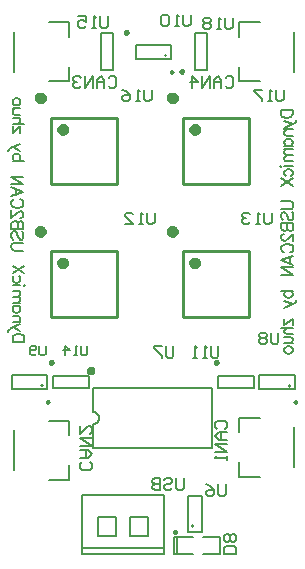
<source format=gto>
%FSTAX23Y23*%
%MOIN*%
%SFA1B1*%

%IPPOS*%
%ADD10C,0.010000*%
%ADD11C,0.009840*%
%ADD12C,0.019680*%
%ADD13C,0.020000*%
%ADD14C,0.015000*%
%ADD15C,0.008000*%
%ADD16C,0.007870*%
%ADD17C,0.007000*%
%LNusb2can-1*%
%LPD*%
G54D10*
X00629Y01669D02*
D01*
X00629Y01668*
X00629Y01668*
X00629Y01668*
X00629Y01668*
X00629Y01668*
X00629Y01668*
X00629Y01668*
X00629Y01668*
X00629Y01668*
X00629Y01668*
X00629Y01668*
X00629Y01668*
X00629Y01668*
X00629Y01668*
X0063Y01668*
X0063Y01668*
X0063Y01668*
X0063Y01668*
X0063Y01668*
X0063Y01668*
X0063Y01668*
X0063Y01668*
X0063*
X0063Y01668*
X0063Y01668*
X0063Y01668*
X0063Y01668*
X0063Y01668*
X0063Y01668*
X00631Y01668*
X00631Y01668*
X00631Y01668*
X00631Y01668*
X00631Y01668*
X00631Y01668*
X00631Y01668*
X00631Y01668*
X00631Y01668*
X00631Y01668*
X00631Y01668*
X00631Y01668*
X00631Y01668*
X00631Y01668*
X00631Y01668*
X00631Y01669*
X00631Y01669*
X00631Y01669*
X00631Y01669*
X00631Y01669*
X00631Y01669*
X00631Y01669*
X00631Y01669*
X00631Y01669*
X00631Y01669*
X00631Y01669*
X00631Y01669*
X00631Y01669*
X00631Y01669*
X00631Y01669*
X00631Y01669*
X0063Y01669*
X0063Y01669*
X0063Y01669*
X0063Y01669*
X0063Y01669*
X0063Y01669*
X0063Y01669*
X0063*
X0063Y01669*
X0063Y01669*
X0063Y01669*
X0063Y01669*
X0063Y01669*
X0063Y01669*
X0063Y01669*
X00629Y01669*
X00629Y01669*
X00629Y01669*
X00629Y01669*
X00629Y01669*
X00629Y01669*
X00629Y01669*
X00629Y01669*
X00629Y01669*
X00629Y01669*
X00629Y01669*
X00629Y01669*
X00629Y01669*
X00629Y01669*
X00629Y01669*
X00649Y01613D02*
D01*
X00649Y01612*
X00649Y01612*
X00649Y01612*
X00649Y01612*
X00649Y01611*
X00649Y01611*
X00649Y01611*
X00649Y01611*
X00649Y01611*
X00649Y01611*
X00649Y0161*
X0065Y0161*
X0065Y0161*
X0065Y0161*
X0065Y0161*
X0065Y0161*
X0065Y0161*
X00651Y0161*
X00651Y0161*
X00651Y0161*
X00651Y0161*
X00651Y0161*
X00652*
X00652Y0161*
X00652Y0161*
X00652Y0161*
X00653Y0161*
X00653Y0161*
X00653Y0161*
X00653Y0161*
X00653Y0161*
X00653Y0161*
X00654Y0161*
X00654Y0161*
X00654Y01611*
X00654Y01611*
X00654Y01611*
X00654Y01611*
X00654Y01611*
X00654Y01611*
X00654Y01612*
X00655Y01612*
X00655Y01612*
X00655Y01612*
X00655Y01613*
X00655Y01613*
X00655Y01613*
X00655Y01613*
X00654Y01613*
X00654Y01614*
X00654Y01614*
X00654Y01614*
X00654Y01614*
X00654Y01614*
X00654Y01614*
X00654Y01615*
X00654Y01615*
X00653Y01615*
X00653Y01615*
X00653Y01615*
X00653Y01615*
X00653Y01615*
X00653Y01615*
X00652Y01615*
X00652Y01615*
X00652Y01615*
X00652Y01615*
X00651*
X00651Y01615*
X00651Y01615*
X00651Y01615*
X00651Y01615*
X0065Y01615*
X0065Y01615*
X0065Y01615*
X0065Y01615*
X0065Y01615*
X0065Y01615*
X00649Y01615*
X00649Y01614*
X00649Y01614*
X00649Y01614*
X00649Y01614*
X00649Y01614*
X00649Y01614*
X00649Y01613*
X00649Y01613*
X00649Y01613*
X00649Y01613*
X00649Y01613*
X01042Y00568D02*
D01*
X01042Y00568*
X01042Y00568*
X01042Y00568*
X01042Y00568*
X01042Y00568*
X01042Y00568*
X01042Y00568*
X01042Y00568*
X01042Y00568*
X01042Y00568*
X01042Y00568*
X01042Y00568*
X01042Y00568*
X01042Y00568*
X01042Y00568*
X01042Y00567*
X01042Y00567*
X01042Y00567*
X01042Y00567*
X01042Y00567*
X01042Y00567*
X01043Y00567*
X01043*
X01043Y00567*
X01043Y00567*
X01043Y00567*
X01043Y00567*
X01043Y00567*
X01043Y00567*
X01043Y00568*
X01043Y00568*
X01043Y00568*
X01043Y00568*
X01043Y00568*
X01043Y00568*
X01043Y00568*
X01043Y00568*
X01043Y00568*
X01044Y00568*
X01044Y00568*
X01044Y00568*
X01044Y00568*
X01044Y00568*
X01044Y00568*
X01044Y00568*
X01044Y00568*
X01044Y00569*
X01044Y00569*
X01044Y00569*
X01044Y00569*
X01044Y00569*
X01043Y00569*
X01043Y00569*
X01043Y00569*
X01043Y00569*
X01043Y00569*
X01043Y00569*
X01043Y00569*
X01043Y00569*
X01043Y00569*
X01043Y00569*
X01043Y00569*
X01043Y00569*
X01043Y00569*
X01043Y00569*
X01043Y00569*
X01043Y00569*
X01043*
X01042Y00569*
X01042Y00569*
X01042Y00569*
X01042Y00569*
X01042Y00569*
X01042Y00569*
X01042Y00569*
X01042Y00569*
X01042Y00569*
X01042Y00569*
X01042Y00569*
X01042Y00569*
X01042Y00569*
X01042Y00569*
X01042Y00569*
X01042Y00569*
X01042Y00569*
X01042Y00569*
X01042Y00569*
X01042Y00569*
X01042Y00568*
X01042Y00568*
X01061Y00512D02*
D01*
X01061Y00512*
X01061Y00512*
X01061Y00512*
X01061Y00512*
X01061Y00511*
X01061Y00511*
X01062Y00511*
X01062Y00511*
X01062Y00511*
X01062Y0051*
X01062Y0051*
X01062Y0051*
X01062Y0051*
X01063Y0051*
X01063Y0051*
X01063Y0051*
X01063Y0051*
X01063Y0051*
X01063Y00509*
X01064Y00509*
X01064Y00509*
X01064Y00509*
X01064*
X01065Y00509*
X01065Y00509*
X01065Y00509*
X01065Y0051*
X01065Y0051*
X01066Y0051*
X01066Y0051*
X01066Y0051*
X01066Y0051*
X01066Y0051*
X01066Y0051*
X01066Y0051*
X01067Y00511*
X01067Y00511*
X01067Y00511*
X01067Y00511*
X01067Y00511*
X01067Y00512*
X01067Y00512*
X01067Y00512*
X01067Y00512*
X01067Y00512*
X01067Y00513*
X01067Y00513*
X01067Y00513*
X01067Y00513*
X01067Y00513*
X01067Y00514*
X01067Y00514*
X01067Y00514*
X01067Y00514*
X01066Y00514*
X01066Y00514*
X01066Y00515*
X01066Y00515*
X01066Y00515*
X01066Y00515*
X01066Y00515*
X01065Y00515*
X01065Y00515*
X01065Y00515*
X01065Y00515*
X01065Y00515*
X01064Y00515*
X01064*
X01064Y00515*
X01064Y00515*
X01063Y00515*
X01063Y00515*
X01063Y00515*
X01063Y00515*
X01063Y00515*
X01063Y00515*
X01062Y00515*
X01062Y00515*
X01062Y00514*
X01062Y00514*
X01062Y00514*
X01062Y00514*
X01062Y00514*
X01061Y00514*
X01061Y00513*
X01061Y00513*
X01061Y00513*
X01061Y00513*
X01061Y00513*
X01061Y00512*
X00217Y00569D02*
D01*
X00217Y00569*
X00217Y00568*
X00217Y00568*
X00217Y00568*
X00217Y00568*
X00217Y00568*
X00217Y00568*
X00217Y00568*
X00217Y00568*
X00217Y00568*
X00217Y00568*
X00217Y00568*
X00217Y00568*
X00217Y00568*
X00217Y00568*
X00217Y00568*
X00217Y00568*
X00217Y00568*
X00217Y00568*
X00217Y00568*
X00217Y00568*
X00218Y00568*
X00218*
X00218Y00568*
X00218Y00568*
X00218Y00568*
X00218Y00568*
X00218Y00568*
X00218Y00568*
X00218Y00568*
X00218Y00568*
X00218Y00568*
X00218Y00568*
X00218Y00568*
X00218Y00568*
X00218Y00568*
X00218Y00568*
X00218Y00568*
X00219Y00568*
X00219Y00568*
X00219Y00568*
X00219Y00568*
X00219Y00568*
X00219Y00569*
X00219Y00569*
X00219Y00569*
X00219Y00569*
X00219Y00569*
X00219Y00569*
X00219Y00569*
X00219Y00569*
X00218Y00569*
X00218Y00569*
X00218Y00569*
X00218Y00569*
X00218Y00569*
X00218Y00569*
X00218Y00569*
X00218Y00569*
X00218Y00569*
X00218Y0057*
X00218Y0057*
X00218Y0057*
X00218Y0057*
X00218Y0057*
X00218Y0057*
X00218Y0057*
X00218*
X00217Y0057*
X00217Y0057*
X00217Y0057*
X00217Y0057*
X00217Y0057*
X00217Y0057*
X00217Y00569*
X00217Y00569*
X00217Y00569*
X00217Y00569*
X00217Y00569*
X00217Y00569*
X00217Y00569*
X00217Y00569*
X00217Y00569*
X00217Y00569*
X00217Y00569*
X00217Y00569*
X00217Y00569*
X00217Y00569*
X00217Y00569*
X00217Y00569*
X00236Y00513D02*
D01*
X00236Y00512*
X00236Y00512*
X00236Y00512*
X00236Y00512*
X00236Y00512*
X00236Y00511*
X00237Y00511*
X00237Y00511*
X00237Y00511*
X00237Y00511*
X00237Y00511*
X00237Y0051*
X00237Y0051*
X00238Y0051*
X00238Y0051*
X00238Y0051*
X00238Y0051*
X00238Y0051*
X00238Y0051*
X00239Y0051*
X00239Y0051*
X00239Y0051*
X00239*
X0024Y0051*
X0024Y0051*
X0024Y0051*
X0024Y0051*
X0024Y0051*
X00241Y0051*
X00241Y0051*
X00241Y0051*
X00241Y0051*
X00241Y0051*
X00241Y00511*
X00241Y00511*
X00242Y00511*
X00242Y00511*
X00242Y00511*
X00242Y00511*
X00242Y00512*
X00242Y00512*
X00242Y00512*
X00242Y00512*
X00242Y00512*
X00242Y00513*
X00242Y00513*
X00242Y00513*
X00242Y00513*
X00242Y00513*
X00242Y00514*
X00242Y00514*
X00242Y00514*
X00242Y00514*
X00242Y00514*
X00241Y00515*
X00241Y00515*
X00241Y00515*
X00241Y00515*
X00241Y00515*
X00241Y00515*
X00241Y00515*
X0024Y00515*
X0024Y00515*
X0024Y00516*
X0024Y00516*
X0024Y00516*
X00239Y00516*
X00239*
X00239Y00516*
X00239Y00516*
X00238Y00516*
X00238Y00515*
X00238Y00515*
X00238Y00515*
X00238Y00515*
X00238Y00515*
X00237Y00515*
X00237Y00515*
X00237Y00515*
X00237Y00515*
X00237Y00514*
X00237Y00514*
X00237Y00514*
X00236Y00514*
X00236Y00514*
X00236Y00513*
X00236Y00513*
X00236Y00513*
X00236Y00513*
X00236Y00513*
X00719Y001D02*
D01*
X00719Y001*
X00719Y001*
X00719Y001*
X00719Y001*
X00719Y001*
X00719Y001*
X00719Y001*
X00719Y001*
X00719Y001*
X00719Y00099*
X00719Y00099*
X00719Y00099*
X00719Y00099*
X00719Y00099*
X00719Y00099*
X00719Y00099*
X00719Y00099*
X00719Y00099*
X00719Y00099*
X00719Y00099*
X00719Y00099*
X0072Y00099*
X0072*
X0072Y00099*
X0072Y00099*
X0072Y00099*
X0072Y00099*
X0072Y00099*
X0072Y00099*
X0072Y00099*
X0072Y00099*
X0072Y00099*
X0072Y00099*
X0072Y00099*
X0072Y00099*
X0072Y001*
X0072Y001*
X0072Y001*
X00721Y001*
X00721Y001*
X00721Y001*
X00721Y001*
X00721Y001*
X00721Y001*
X00721Y001*
X00721Y001*
X00721Y001*
X00721Y001*
X00721Y001*
X00721Y001*
X00721Y00101*
X0072Y00101*
X0072Y00101*
X0072Y00101*
X0072Y00101*
X0072Y00101*
X0072Y00101*
X0072Y00101*
X0072Y00101*
X0072Y00101*
X0072Y00101*
X0072Y00101*
X0072Y00101*
X0072Y00101*
X0072Y00101*
X0072Y00101*
X0072Y00101*
X0072*
X00719Y00101*
X00719Y00101*
X00719Y00101*
X00719Y00101*
X00719Y00101*
X00719Y00101*
X00719Y00101*
X00719Y00101*
X00719Y00101*
X00719Y00101*
X00719Y00101*
X00719Y00101*
X00719Y00101*
X00719Y00101*
X00719Y00101*
X00719Y00101*
X00719Y001*
X00719Y001*
X00719Y001*
X00719Y001*
X00719Y001*
X00719Y001*
X00661Y00079D02*
D01*
X00661Y00078*
X00661Y00078*
X00661Y00078*
X00661Y00078*
X00661Y00077*
X00661Y00077*
X00661Y00077*
X00661Y00077*
X00661Y00077*
X00661Y00077*
X00661Y00076*
X00662Y00076*
X00662Y00076*
X00662Y00076*
X00662Y00076*
X00662Y00076*
X00662Y00076*
X00663Y00076*
X00663Y00076*
X00663Y00076*
X00663Y00076*
X00663Y00076*
X00664*
X00664Y00076*
X00664Y00076*
X00664Y00076*
X00665Y00076*
X00665Y00076*
X00665Y00076*
X00665Y00076*
X00665Y00076*
X00665Y00076*
X00666Y00076*
X00666Y00076*
X00666Y00077*
X00666Y00077*
X00666Y00077*
X00666Y00077*
X00666Y00077*
X00666Y00077*
X00666Y00078*
X00667Y00078*
X00667Y00078*
X00667Y00078*
X00667Y00079*
X00667Y00079*
X00667Y00079*
X00667Y00079*
X00666Y00079*
X00666Y0008*
X00666Y0008*
X00666Y0008*
X00666Y0008*
X00666Y0008*
X00666Y0008*
X00666Y00081*
X00666Y00081*
X00665Y00081*
X00665Y00081*
X00665Y00081*
X00665Y00081*
X00665Y00081*
X00665Y00081*
X00664Y00081*
X00664Y00081*
X00664Y00081*
X00664Y00081*
X00663*
X00663Y00081*
X00663Y00081*
X00663Y00081*
X00663Y00081*
X00662Y00081*
X00662Y00081*
X00662Y00081*
X00662Y00081*
X00662Y00081*
X00662Y00081*
X00661Y00081*
X00661Y0008*
X00661Y0008*
X00661Y0008*
X00661Y0008*
X00661Y0008*
X00661Y0008*
X00661Y00079*
X00661Y00079*
X00661Y00079*
X00661Y00079*
X00661Y00079*
X00471Y0146D02*
X00251D01*
Y0124D02*
Y0146D01*
X00471Y0124D02*
X00251D01*
X00471D02*
Y0146D01*
X00911D02*
X00691D01*
Y0124D02*
Y0146D01*
X00911Y0124D02*
X00691D01*
X00911D02*
Y0146D01*
X00471Y01015D02*
X00251D01*
Y00795D02*
Y01015D01*
X00471Y00795D02*
X00251D01*
X00471D02*
Y01015D01*
X00911D02*
X00691D01*
Y00795D02*
Y01015D01*
X00911Y00795D02*
X00691D01*
X00911D02*
Y01015D01*
G54D11*
X00496Y01745D02*
D01*
X00496Y01744*
X00496Y01744*
X00496Y01743*
X00496Y01743*
X00496Y01743*
X00496Y01742*
X00496Y01742*
X00496Y01742*
X00497Y01742*
X00497Y01741*
X00497Y01741*
X00497Y01741*
X00498Y01741*
X00498Y0174*
X00498Y0174*
X00498Y0174*
X00499Y0174*
X00499Y0174*
X00499Y0174*
X005Y0174*
X005Y0174*
X005Y0174*
X00501*
X00501Y0174*
X00501Y0174*
X00502Y0174*
X00502Y0174*
X00502Y0174*
X00503Y0174*
X00503Y0174*
X00503Y0174*
X00504Y01741*
X00504Y01741*
X00504Y01741*
X00504Y01741*
X00505Y01742*
X00505Y01742*
X00505Y01742*
X00505Y01742*
X00505Y01743*
X00505Y01743*
X00505Y01743*
X00505Y01744*
X00506Y01744*
X00506Y01745*
X00506Y01745*
X00505Y01745*
X00505Y01746*
X00505Y01746*
X00505Y01746*
X00505Y01747*
X00505Y01747*
X00505Y01747*
X00505Y01747*
X00504Y01748*
X00504Y01748*
X00504Y01748*
X00504Y01748*
X00503Y01749*
X00503Y01749*
X00503Y01749*
X00502Y01749*
X00502Y01749*
X00502Y01749*
X00501Y01749*
X00501Y01749*
X00501Y01749*
X005*
X005Y01749*
X005Y01749*
X00499Y01749*
X00499Y01749*
X00499Y01749*
X00498Y01749*
X00498Y01749*
X00498Y01749*
X00498Y01748*
X00497Y01748*
X00497Y01748*
X00497Y01748*
X00497Y01747*
X00496Y01747*
X00496Y01747*
X00496Y01747*
X00496Y01746*
X00496Y01746*
X00496Y01746*
X00496Y01745*
X00496Y01745*
X00496Y01745*
X00681Y01615D02*
D01*
X00681Y01614*
X00681Y01614*
X00681Y01613*
X00681Y01613*
X00681Y01613*
X00681Y01612*
X00681Y01612*
X00681Y01612*
X00682Y01612*
X00682Y01611*
X00682Y01611*
X00682Y01611*
X00683Y01611*
X00683Y0161*
X00683Y0161*
X00683Y0161*
X00684Y0161*
X00684Y0161*
X00684Y0161*
X00685Y0161*
X00685Y0161*
X00685Y0161*
X00686*
X00686Y0161*
X00686Y0161*
X00687Y0161*
X00687Y0161*
X00687Y0161*
X00688Y0161*
X00688Y0161*
X00688Y0161*
X00689Y01611*
X00689Y01611*
X00689Y01611*
X00689Y01611*
X0069Y01612*
X0069Y01612*
X0069Y01612*
X0069Y01612*
X0069Y01613*
X0069Y01613*
X0069Y01613*
X0069Y01614*
X00691Y01614*
X00691Y01615*
X00691Y01615*
X0069Y01615*
X0069Y01616*
X0069Y01616*
X0069Y01616*
X0069Y01617*
X0069Y01617*
X0069Y01617*
X0069Y01617*
X00689Y01618*
X00689Y01618*
X00689Y01618*
X00689Y01618*
X00688Y01619*
X00688Y01619*
X00688Y01619*
X00687Y01619*
X00687Y01619*
X00687Y01619*
X00686Y01619*
X00686Y01619*
X00686Y01619*
X00685*
X00685Y01619*
X00685Y01619*
X00684Y01619*
X00684Y01619*
X00684Y01619*
X00683Y01619*
X00683Y01619*
X00683Y01619*
X00683Y01618*
X00682Y01618*
X00682Y01618*
X00682Y01618*
X00682Y01617*
X00681Y01617*
X00681Y01617*
X00681Y01617*
X00681Y01616*
X00681Y01616*
X00681Y01616*
X00681Y01615*
X00681Y01615*
X00681Y01615*
X00796Y00645D02*
D01*
X00796Y00644*
X00796Y00644*
X00796Y00643*
X00796Y00643*
X00796Y00643*
X00796Y00642*
X00796Y00642*
X00796Y00642*
X00797Y00642*
X00797Y00641*
X00797Y00641*
X00797Y00641*
X00798Y00641*
X00798Y0064*
X00798Y0064*
X00798Y0064*
X00799Y0064*
X00799Y0064*
X00799Y0064*
X008Y0064*
X008Y0064*
X008Y0064*
X00801*
X00801Y0064*
X00801Y0064*
X00802Y0064*
X00802Y0064*
X00802Y0064*
X00803Y0064*
X00803Y0064*
X00803Y0064*
X00804Y00641*
X00804Y00641*
X00804Y00641*
X00804Y00641*
X00805Y00642*
X00805Y00642*
X00805Y00642*
X00805Y00642*
X00805Y00643*
X00805Y00643*
X00805Y00643*
X00805Y00644*
X00806Y00644*
X00806Y00645*
X00806Y00645*
X00805Y00645*
X00805Y00646*
X00805Y00646*
X00805Y00646*
X00805Y00647*
X00805Y00647*
X00805Y00647*
X00805Y00647*
X00804Y00648*
X00804Y00648*
X00804Y00648*
X00804Y00648*
X00803Y00649*
X00803Y00649*
X00803Y00649*
X00802Y00649*
X00802Y00649*
X00802Y00649*
X00801Y00649*
X00801Y00649*
X00801Y00649*
X008*
X008Y00649*
X008Y00649*
X00799Y00649*
X00799Y00649*
X00799Y00649*
X00798Y00649*
X00798Y00649*
X00798Y00649*
X00798Y00648*
X00797Y00648*
X00797Y00648*
X00797Y00648*
X00797Y00647*
X00796Y00647*
X00796Y00647*
X00796Y00647*
X00796Y00646*
X00796Y00646*
X00796Y00646*
X00796Y00645*
X00796Y00645*
X00796Y00645*
X00246D02*
D01*
X00246Y00644*
X00246Y00644*
X00246Y00643*
X00246Y00643*
X00246Y00643*
X00246Y00642*
X00246Y00642*
X00246Y00642*
X00247Y00642*
X00247Y00641*
X00247Y00641*
X00247Y00641*
X00248Y00641*
X00248Y0064*
X00248Y0064*
X00248Y0064*
X00249Y0064*
X00249Y0064*
X00249Y0064*
X0025Y0064*
X0025Y0064*
X0025Y0064*
X00251*
X00251Y0064*
X00251Y0064*
X00252Y0064*
X00252Y0064*
X00252Y0064*
X00253Y0064*
X00253Y0064*
X00253Y0064*
X00254Y00641*
X00254Y00641*
X00254Y00641*
X00254Y00641*
X00255Y00642*
X00255Y00642*
X00255Y00642*
X00255Y00642*
X00255Y00643*
X00255Y00643*
X00255Y00643*
X00255Y00644*
X00256Y00644*
X00256Y00645*
X00256Y00645*
X00255Y00645*
X00255Y00646*
X00255Y00646*
X00255Y00646*
X00255Y00647*
X00255Y00647*
X00255Y00647*
X00255Y00647*
X00254Y00648*
X00254Y00648*
X00254Y00648*
X00254Y00648*
X00253Y00649*
X00253Y00649*
X00253Y00649*
X00252Y00649*
X00252Y00649*
X00252Y00649*
X00251Y00649*
X00251Y00649*
X00251Y00649*
X0025*
X0025Y00649*
X0025Y00649*
X00249Y00649*
X00249Y00649*
X00249Y00649*
X00248Y00649*
X00248Y00649*
X00248Y00649*
X00248Y00648*
X00247Y00648*
X00247Y00648*
X00247Y00648*
X00247Y00647*
X00246Y00647*
X00246Y00647*
X00246Y00647*
X00246Y00646*
X00246Y00646*
X00246Y00646*
X00246Y00645*
X00246Y00645*
X00246Y00645*
G54D12*
X00281Y0142D02*
D01*
X00281Y01419*
X00281Y01418*
X00281Y01417*
X00281Y01417*
X00281Y01416*
X00282Y01415*
X00282Y01415*
X00282Y01414*
X00283Y01414*
X00283Y01413*
X00284Y01413*
X00284Y01412*
X00285Y01412*
X00285Y01411*
X00286Y01411*
X00286Y01411*
X00287Y0141*
X00288Y0141*
X00288Y0141*
X00289Y0141*
X0029Y0141*
X0029Y0141*
X00291*
X00292Y0141*
X00292Y0141*
X00293Y0141*
X00294Y0141*
X00294Y0141*
X00295Y01411*
X00296Y01411*
X00296Y01411*
X00297Y01412*
X00297Y01412*
X00298Y01413*
X00298Y01413*
X00299Y01414*
X00299Y01414*
X00299Y01415*
X003Y01415*
X003Y01416*
X003Y01417*
X003Y01417*
X003Y01418*
X003Y01419*
X003Y0142*
X003Y0142*
X003Y01421*
X003Y01422*
X003Y01422*
X003Y01423*
X003Y01424*
X00299Y01424*
X00299Y01425*
X00299Y01425*
X00298Y01426*
X00298Y01426*
X00297Y01427*
X00297Y01427*
X00296Y01428*
X00296Y01428*
X00295Y01428*
X00294Y01429*
X00294Y01429*
X00293Y01429*
X00292Y01429*
X00292Y01429*
X00291Y01429*
X0029*
X0029Y01429*
X00289Y01429*
X00288Y01429*
X00288Y01429*
X00287Y01429*
X00286Y01428*
X00286Y01428*
X00285Y01428*
X00285Y01427*
X00284Y01427*
X00284Y01426*
X00283Y01426*
X00283Y01425*
X00282Y01425*
X00282Y01424*
X00282Y01424*
X00281Y01423*
X00281Y01422*
X00281Y01422*
X00281Y01421*
X00281Y0142*
X00281Y0142*
X00721D02*
D01*
X00721Y01419*
X00721Y01418*
X00721Y01417*
X00721Y01417*
X00721Y01416*
X00722Y01415*
X00722Y01415*
X00722Y01414*
X00723Y01414*
X00723Y01413*
X00724Y01413*
X00724Y01412*
X00725Y01412*
X00725Y01411*
X00726Y01411*
X00726Y01411*
X00727Y0141*
X00728Y0141*
X00728Y0141*
X00729Y0141*
X0073Y0141*
X0073Y0141*
X00731*
X00732Y0141*
X00732Y0141*
X00733Y0141*
X00734Y0141*
X00734Y0141*
X00735Y01411*
X00736Y01411*
X00736Y01411*
X00737Y01412*
X00737Y01412*
X00738Y01413*
X00738Y01413*
X00739Y01414*
X00739Y01414*
X00739Y01415*
X0074Y01415*
X0074Y01416*
X0074Y01417*
X0074Y01417*
X0074Y01418*
X0074Y01419*
X0074Y0142*
X0074Y0142*
X0074Y01421*
X0074Y01422*
X0074Y01422*
X0074Y01423*
X0074Y01424*
X00739Y01424*
X00739Y01425*
X00739Y01425*
X00738Y01426*
X00738Y01426*
X00737Y01427*
X00737Y01427*
X00736Y01428*
X00736Y01428*
X00735Y01428*
X00734Y01429*
X00734Y01429*
X00733Y01429*
X00732Y01429*
X00732Y01429*
X00731Y01429*
X0073*
X0073Y01429*
X00729Y01429*
X00728Y01429*
X00728Y01429*
X00727Y01429*
X00726Y01428*
X00726Y01428*
X00725Y01428*
X00725Y01427*
X00724Y01427*
X00724Y01426*
X00723Y01426*
X00723Y01425*
X00722Y01425*
X00722Y01424*
X00722Y01424*
X00721Y01423*
X00721Y01422*
X00721Y01422*
X00721Y01421*
X00721Y0142*
X00721Y0142*
X00281Y00975D02*
D01*
X00281Y00974*
X00281Y00973*
X00281Y00972*
X00281Y00972*
X00281Y00971*
X00282Y0097*
X00282Y0097*
X00282Y00969*
X00283Y00969*
X00283Y00968*
X00284Y00968*
X00284Y00967*
X00285Y00967*
X00285Y00966*
X00286Y00966*
X00286Y00966*
X00287Y00965*
X00288Y00965*
X00288Y00965*
X00289Y00965*
X0029Y00965*
X0029Y00965*
X00291*
X00292Y00965*
X00292Y00965*
X00293Y00965*
X00294Y00965*
X00294Y00965*
X00295Y00966*
X00296Y00966*
X00296Y00966*
X00297Y00967*
X00297Y00967*
X00298Y00968*
X00298Y00968*
X00299Y00969*
X00299Y00969*
X00299Y0097*
X003Y0097*
X003Y00971*
X003Y00972*
X003Y00972*
X003Y00973*
X003Y00974*
X003Y00975*
X003Y00975*
X003Y00976*
X003Y00977*
X003Y00977*
X003Y00978*
X003Y00979*
X00299Y00979*
X00299Y0098*
X00299Y0098*
X00298Y00981*
X00298Y00981*
X00297Y00982*
X00297Y00982*
X00296Y00983*
X00296Y00983*
X00295Y00983*
X00294Y00984*
X00294Y00984*
X00293Y00984*
X00292Y00984*
X00292Y00984*
X00291Y00984*
X0029*
X0029Y00984*
X00289Y00984*
X00288Y00984*
X00288Y00984*
X00287Y00984*
X00286Y00983*
X00286Y00983*
X00285Y00983*
X00285Y00982*
X00284Y00982*
X00284Y00981*
X00283Y00981*
X00283Y0098*
X00282Y0098*
X00282Y00979*
X00282Y00979*
X00281Y00978*
X00281Y00977*
X00281Y00977*
X00281Y00976*
X00281Y00975*
X00281Y00975*
X00721D02*
D01*
X00721Y00974*
X00721Y00973*
X00721Y00972*
X00721Y00972*
X00721Y00971*
X00722Y0097*
X00722Y0097*
X00722Y00969*
X00723Y00969*
X00723Y00968*
X00724Y00968*
X00724Y00967*
X00725Y00967*
X00725Y00966*
X00726Y00966*
X00726Y00966*
X00727Y00965*
X00728Y00965*
X00728Y00965*
X00729Y00965*
X0073Y00965*
X0073Y00965*
X00731*
X00732Y00965*
X00732Y00965*
X00733Y00965*
X00734Y00965*
X00734Y00965*
X00735Y00966*
X00736Y00966*
X00736Y00966*
X00737Y00967*
X00737Y00967*
X00738Y00968*
X00738Y00968*
X00739Y00969*
X00739Y00969*
X00739Y0097*
X0074Y0097*
X0074Y00971*
X0074Y00972*
X0074Y00972*
X0074Y00973*
X0074Y00974*
X0074Y00975*
X0074Y00975*
X0074Y00976*
X0074Y00977*
X0074Y00977*
X0074Y00978*
X0074Y00979*
X00739Y00979*
X00739Y0098*
X00739Y0098*
X00738Y00981*
X00738Y00981*
X00737Y00982*
X00737Y00982*
X00736Y00983*
X00736Y00983*
X00735Y00983*
X00734Y00984*
X00734Y00984*
X00733Y00984*
X00732Y00984*
X00732Y00984*
X00731Y00984*
X0073*
X0073Y00984*
X00729Y00984*
X00728Y00984*
X00728Y00984*
X00727Y00984*
X00726Y00983*
X00726Y00983*
X00725Y00983*
X00725Y00982*
X00724Y00982*
X00724Y00981*
X00723Y00981*
X00723Y0098*
X00722Y0098*
X00722Y00979*
X00722Y00979*
X00721Y00978*
X00721Y00977*
X00721Y00977*
X00721Y00976*
X00721Y00975*
X00721Y00975*
G54D13*
X00206Y01525D02*
D01*
X00206Y01524*
X00206Y01523*
X00206Y01522*
X00206Y01522*
X00206Y01521*
X00207Y0152*
X00207Y0152*
X00207Y01519*
X00208Y01519*
X00208Y01518*
X00209Y01518*
X00209Y01517*
X0021Y01517*
X0021Y01516*
X00211Y01516*
X00211Y01516*
X00212Y01515*
X00213Y01515*
X00213Y01515*
X00214Y01515*
X00215Y01515*
X00215Y01515*
X00216*
X00217Y01515*
X00217Y01515*
X00218Y01515*
X00219Y01515*
X00219Y01515*
X0022Y01516*
X00221Y01516*
X00221Y01516*
X00222Y01517*
X00222Y01517*
X00223Y01518*
X00223Y01518*
X00224Y01519*
X00224Y01519*
X00224Y0152*
X00225Y0152*
X00225Y01521*
X00225Y01522*
X00225Y01522*
X00225Y01523*
X00225Y01524*
X00225Y01525*
X00225Y01525*
X00225Y01526*
X00225Y01527*
X00225Y01527*
X00225Y01528*
X00225Y01529*
X00224Y01529*
X00224Y0153*
X00224Y0153*
X00223Y01531*
X00223Y01531*
X00222Y01532*
X00222Y01532*
X00221Y01533*
X00221Y01533*
X0022Y01533*
X00219Y01534*
X00219Y01534*
X00218Y01534*
X00217Y01534*
X00217Y01534*
X00216Y01534*
X00215*
X00215Y01534*
X00214Y01534*
X00213Y01534*
X00213Y01534*
X00212Y01534*
X00211Y01533*
X00211Y01533*
X0021Y01533*
X0021Y01532*
X00209Y01532*
X00209Y01531*
X00208Y01531*
X00208Y0153*
X00207Y0153*
X00207Y01529*
X00207Y01529*
X00206Y01528*
X00206Y01527*
X00206Y01527*
X00206Y01526*
X00206Y01525*
X00206Y01525*
X00646D02*
D01*
X00646Y01524*
X00646Y01523*
X00646Y01522*
X00646Y01522*
X00646Y01521*
X00647Y0152*
X00647Y0152*
X00647Y01519*
X00648Y01519*
X00648Y01518*
X00649Y01518*
X00649Y01517*
X0065Y01517*
X0065Y01516*
X00651Y01516*
X00651Y01516*
X00652Y01515*
X00653Y01515*
X00653Y01515*
X00654Y01515*
X00655Y01515*
X00655Y01515*
X00656*
X00657Y01515*
X00657Y01515*
X00658Y01515*
X00659Y01515*
X00659Y01515*
X0066Y01516*
X00661Y01516*
X00661Y01516*
X00662Y01517*
X00662Y01517*
X00663Y01518*
X00663Y01518*
X00664Y01519*
X00664Y01519*
X00664Y0152*
X00665Y0152*
X00665Y01521*
X00665Y01522*
X00665Y01522*
X00665Y01523*
X00665Y01524*
X00665Y01525*
X00665Y01525*
X00665Y01526*
X00665Y01527*
X00665Y01527*
X00665Y01528*
X00665Y01529*
X00664Y01529*
X00664Y0153*
X00664Y0153*
X00663Y01531*
X00663Y01531*
X00662Y01532*
X00662Y01532*
X00661Y01533*
X00661Y01533*
X0066Y01533*
X00659Y01534*
X00659Y01534*
X00658Y01534*
X00657Y01534*
X00657Y01534*
X00656Y01534*
X00655*
X00655Y01534*
X00654Y01534*
X00653Y01534*
X00653Y01534*
X00652Y01534*
X00651Y01533*
X00651Y01533*
X0065Y01533*
X0065Y01532*
X00649Y01532*
X00649Y01531*
X00648Y01531*
X00648Y0153*
X00647Y0153*
X00647Y01529*
X00647Y01529*
X00646Y01528*
X00646Y01527*
X00646Y01527*
X00646Y01526*
X00646Y01525*
X00646Y01525*
X00206Y0108D02*
D01*
X00206Y01079*
X00206Y01078*
X00206Y01077*
X00206Y01077*
X00206Y01076*
X00207Y01075*
X00207Y01075*
X00207Y01074*
X00208Y01074*
X00208Y01073*
X00209Y01073*
X00209Y01072*
X0021Y01072*
X0021Y01071*
X00211Y01071*
X00211Y01071*
X00212Y0107*
X00213Y0107*
X00213Y0107*
X00214Y0107*
X00215Y0107*
X00215Y0107*
X00216*
X00217Y0107*
X00217Y0107*
X00218Y0107*
X00219Y0107*
X00219Y0107*
X0022Y01071*
X00221Y01071*
X00221Y01071*
X00222Y01072*
X00222Y01072*
X00223Y01073*
X00223Y01073*
X00224Y01074*
X00224Y01074*
X00224Y01075*
X00225Y01075*
X00225Y01076*
X00225Y01077*
X00225Y01077*
X00225Y01078*
X00225Y01079*
X00225Y0108*
X00225Y0108*
X00225Y01081*
X00225Y01082*
X00225Y01082*
X00225Y01083*
X00225Y01084*
X00224Y01084*
X00224Y01085*
X00224Y01085*
X00223Y01086*
X00223Y01086*
X00222Y01087*
X00222Y01087*
X00221Y01088*
X00221Y01088*
X0022Y01088*
X00219Y01089*
X00219Y01089*
X00218Y01089*
X00217Y01089*
X00217Y01089*
X00216Y01089*
X00215*
X00215Y01089*
X00214Y01089*
X00213Y01089*
X00213Y01089*
X00212Y01089*
X00211Y01088*
X00211Y01088*
X0021Y01088*
X0021Y01087*
X00209Y01087*
X00209Y01086*
X00208Y01086*
X00208Y01085*
X00207Y01085*
X00207Y01084*
X00207Y01084*
X00206Y01083*
X00206Y01082*
X00206Y01082*
X00206Y01081*
X00206Y0108*
X00206Y0108*
X00646D02*
D01*
X00646Y01079*
X00646Y01078*
X00646Y01077*
X00646Y01077*
X00646Y01076*
X00647Y01075*
X00647Y01075*
X00647Y01074*
X00648Y01074*
X00648Y01073*
X00649Y01073*
X00649Y01072*
X0065Y01072*
X0065Y01071*
X00651Y01071*
X00651Y01071*
X00652Y0107*
X00653Y0107*
X00653Y0107*
X00654Y0107*
X00655Y0107*
X00655Y0107*
X00656*
X00657Y0107*
X00657Y0107*
X00658Y0107*
X00659Y0107*
X00659Y0107*
X0066Y01071*
X00661Y01071*
X00661Y01071*
X00662Y01072*
X00662Y01072*
X00663Y01073*
X00663Y01073*
X00664Y01074*
X00664Y01074*
X00664Y01075*
X00665Y01075*
X00665Y01076*
X00665Y01077*
X00665Y01077*
X00665Y01078*
X00665Y01079*
X00665Y0108*
X00665Y0108*
X00665Y01081*
X00665Y01082*
X00665Y01082*
X00665Y01083*
X00665Y01084*
X00664Y01084*
X00664Y01085*
X00664Y01085*
X00663Y01086*
X00663Y01086*
X00662Y01087*
X00662Y01087*
X00661Y01088*
X00661Y01088*
X0066Y01088*
X00659Y01089*
X00659Y01089*
X00658Y01089*
X00657Y01089*
X00657Y01089*
X00656Y01089*
X00655*
X00655Y01089*
X00654Y01089*
X00653Y01089*
X00653Y01089*
X00652Y01089*
X00651Y01088*
X00651Y01088*
X0065Y01088*
X0065Y01087*
X00649Y01087*
X00649Y01086*
X00648Y01086*
X00648Y01085*
X00647Y01085*
X00647Y01084*
X00647Y01084*
X00646Y01083*
X00646Y01082*
X00646Y01082*
X00646Y01081*
X00646Y0108*
X00646Y0108*
G54D14*
X00377Y00617D02*
D01*
X00377Y00617*
X00377Y00616*
X00377Y00616*
X00377Y00616*
X00377Y00615*
X00377Y00615*
X00378Y00615*
X00378Y00614*
X00378Y00614*
X00378Y00614*
X00378Y00614*
X00379Y00613*
X00379Y00613*
X00379Y00613*
X00379Y00613*
X0038Y00612*
X0038Y00612*
X0038Y00612*
X00381Y00612*
X00381Y00612*
X00381Y00612*
X00382Y00612*
X00382*
X00382Y00612*
X00383Y00612*
X00383Y00612*
X00383Y00612*
X00384Y00612*
X00384Y00612*
X00384Y00613*
X00385Y00613*
X00385Y00613*
X00385Y00613*
X00386Y00614*
X00386Y00614*
X00386Y00614*
X00386Y00614*
X00386Y00615*
X00387Y00615*
X00387Y00615*
X00387Y00616*
X00387Y00616*
X00387Y00616*
X00387Y00617*
X00387Y00617*
X00387Y00617*
X00387Y00618*
X00387Y00618*
X00387Y00618*
X00387Y00619*
X00387Y00619*
X00386Y00619*
X00386Y0062*
X00386Y0062*
X00386Y0062*
X00386Y0062*
X00385Y00621*
X00385Y00621*
X00385Y00621*
X00384Y00621*
X00384Y00621*
X00384Y00622*
X00383Y00622*
X00383Y00622*
X00383Y00622*
X00382Y00622*
X00382Y00622*
X00382*
X00381Y00622*
X00381Y00622*
X00381Y00622*
X0038Y00622*
X0038Y00622*
X0038Y00621*
X00379Y00621*
X00379Y00621*
X00379Y00621*
X00379Y00621*
X00378Y0062*
X00378Y0062*
X00378Y0062*
X00378Y0062*
X00378Y00619*
X00377Y00619*
X00377Y00619*
X00377Y00618*
X00377Y00618*
X00377Y00618*
X00377Y00617*
X00377Y00617*
G54D15*
X00391Y0044D02*
D01*
X00392Y0044*
X00393Y0044*
X00395Y0044*
X00396Y0044*
X00397Y00441*
X00399Y00441*
X004Y00442*
X00401Y00443*
X00402Y00443*
X00403Y00444*
X00404Y00445*
X00405Y00446*
X00406Y00447*
X00407Y00448*
X00408Y0045*
X00409Y00451*
X00409Y00452*
X0041Y00453*
X0041Y00455*
X0041Y00456*
X0041Y00457*
X00411Y00459*
Y0046*
X0041Y00462*
X0041Y00463*
X0041Y00464*
X0041Y00466*
X00409Y00467*
X00409Y00468*
X00408Y0047*
X00407Y00471*
X00406Y00472*
X00405Y00473*
X00404Y00474*
X00403Y00475*
X00402Y00476*
X00401Y00476*
X004Y00477*
X00399Y00478*
X00397Y00478*
X00396Y00479*
X00395Y00479*
X00393Y00479*
X00392Y00479*
X00391Y0048*
Y0036D02*
Y0044D01*
Y0048D02*
Y00558D01*
X00787Y0036D02*
X00391D01*
X00787D02*
Y00558D01*
X00391*
X0067Y00007D02*
X0066D01*
Y00063*
X0067D02*
X0066D01*
X00724Y00007D02*
X00671D01*
X0067D02*
Y00061D01*
X00724Y00063D02*
X0067D01*
X00812Y00007D02*
X00758D01*
X00812D02*
Y00009D01*
Y00063*
X00811*
X00758*
G54D16*
X0031Y01778D02*
X00242D01*
X0031Y01729D02*
Y01778D01*
Y01581D02*
Y0163D01*
Y01581D02*
X00242D01*
X00127Y01613D02*
Y01746D01*
X00416Y01618D02*
Y01741D01*
X00456Y01618D02*
Y01741D01*
Y01618D02*
X00416D01*
X00456Y01741D02*
X00416D01*
X00771Y01618D02*
Y01741D01*
X00731Y01618D02*
Y01741D01*
X00771D02*
X00731D01*
X00771Y01618D02*
X00731D01*
X00945Y01581D02*
X00876D01*
Y0163*
Y01729D02*
Y01778D01*
X00945D02*
X00876D01*
X01059Y01613D02*
Y01746D01*
X00927Y0056D02*
X00805D01*
X00927Y006D02*
X00805D01*
X00927Y0056D02*
Y006D01*
X00805Y0056D02*
Y006D01*
X00377Y0056D02*
X00255D01*
X00377Y006D02*
X00255D01*
X00377Y0056D02*
Y006D01*
X00255Y0056D02*
Y006D01*
X0031Y0045D02*
X00242D01*
X0031Y00401D02*
Y0045D01*
Y00254D02*
Y00303D01*
Y00254D02*
X00242D01*
X00127Y00285D02*
Y00419D01*
X00945Y00264D02*
X00876D01*
Y00313*
Y00411D02*
Y0046D01*
X00945D02*
X00876D01*
X01059Y00295D02*
Y00429D01*
X00573Y00065D02*
Y0013D01*
Y00065D02*
X00513D01*
Y0013*
X00573D02*
X00513D01*
X00628Y00203D02*
X00353D01*
Y00005D02*
Y00203D01*
X00628Y00005D02*
X00353D01*
X00628D02*
Y00203D01*
Y00025D02*
X00353D01*
X00468Y0013D02*
X00408D01*
X00468Y00065D02*
Y0013D01*
Y00065D02*
X00408D01*
Y0013*
X01015Y01487D02*
X01055D01*
X01015D02*
Y01474D01*
X01017Y01468*
X01021Y01464*
X01025Y01462*
X0103Y0146*
X0104*
X01045Y01462*
X01049Y01464*
X01053Y01468*
X01055Y01474*
Y01487*
X01028Y0145D02*
X01055Y01438D01*
X01028Y01427D02*
X01055Y01438D01*
X01062Y01442*
X01066Y01446*
X01068Y0145*
Y01452*
X01028Y01421D02*
X01055D01*
X01036D02*
X0103Y01415D01*
X01028Y01411*
Y01406*
X0103Y01402*
X01036Y014*
X01055*
X01028Y01367D02*
X01055D01*
X01034D02*
X0103Y01371D01*
X01028Y01375*
Y0138*
X0103Y01384*
X01034Y01388*
X0104Y0139*
X01043*
X01049Y01388*
X01053Y01384*
X01055Y0138*
Y01375*
X01053Y01371*
X01049Y01367*
X01028Y01357D02*
X01055D01*
X01036D02*
X0103Y01351D01*
X01028Y01347*
Y01342*
X0103Y01338*
X01036Y01336*
X01055*
X01036D02*
X0103Y0133D01*
X01028Y01327*
Y01321*
X0103Y01317*
X01036Y01316*
X01055*
X01015Y01299D02*
X01017Y01298D01*
X01015Y01296*
X01013Y01298*
X01015Y01299*
X01028Y01298D02*
X01055D01*
X01034Y01266D02*
X0103Y0127D01*
X01028Y01274*
Y01279*
X0103Y01283*
X01034Y01287*
X0104Y01289*
X01043*
X01049Y01287*
X01053Y01283*
X01055Y01279*
Y01274*
X01053Y0127*
X01049Y01266*
X01015Y01258D02*
X01055Y01232D01*
X01015D02*
X01055Y01258D01*
X01018Y01182D02*
X01046D01*
X01052Y0118*
X01056Y01176*
X01058Y0117*
Y01167*
X01056Y01161*
X01052Y01157*
X01046Y01155*
X01018*
X01024Y01118D02*
X0102Y01122D01*
X01018Y01128*
Y01135*
X0102Y01141*
X01024Y01145*
X01028*
X01031Y01143*
X01033Y01141*
X01035Y01137*
X01039Y01126*
X01041Y01122*
X01043Y0112*
X01046Y01118*
X01052*
X01056Y01122*
X01058Y01128*
Y01135*
X01056Y01141*
X01052Y01145*
X01018Y01109D02*
X01058D01*
X01018D02*
Y01093D01*
X0102Y01087*
X01022Y01085*
X01026Y01083*
X0103*
X01033Y01085*
X01035Y01087*
X01037Y01093*
Y01109D02*
Y01093D01*
X01039Y01087*
X01041Y01085*
X01045Y01083*
X0105*
X01054Y01085*
X01056Y01087*
X01058Y01093*
Y01109*
X01028Y01073D02*
X01026D01*
X01022Y01071*
X0102Y01069*
X01018Y01065*
Y01058*
X0102Y01054*
X01022Y01052*
X01026Y0105*
X0103*
X01033Y01052*
X01039Y01056*
X01058Y01074*
Y01048*
X01028Y01011D02*
X01024Y01013D01*
X0102Y01017*
X01018Y01021*
Y01028*
X0102Y01032*
X01024Y01036*
X01028Y01037*
X01033Y01039*
X01043*
X01048Y01037*
X01052Y01036*
X01056Y01032*
X01058Y01028*
Y01021*
X01056Y01017*
X01052Y01013*
X01048Y01011*
X01058Y0097D02*
X01018Y00985D01*
X01058Y01*
X01045Y00995D02*
Y00976D01*
X01018Y00961D02*
X01058D01*
X01018D02*
X01058Y00935D01*
X01018D02*
X01058D01*
X00158Y01017D02*
X0013D01*
X00124Y01019*
X0012Y01023*
X00118Y01029*
Y01032*
X0012Y01038*
X00124Y01042*
X0013Y01044*
X00158*
X00152Y01081D02*
X00156Y01077D01*
X00158Y01071*
Y01064*
X00156Y01058*
X00152Y01054*
X00148*
X00145Y01056*
X00143Y01058*
X00141Y01062*
X00137Y01073*
X00135Y01077*
X00133Y01079*
X0013Y01081*
X00124*
X0012Y01077*
X00118Y01071*
Y01064*
X0012Y01058*
X00124Y01054*
X00158Y0109D02*
X00118D01*
X00158D02*
Y01106D01*
X00156Y01112*
X00154Y01114*
X0015Y01116*
X00147*
X00143Y01114*
X00141Y01112*
X00139Y01106*
Y0109D02*
Y01106D01*
X00137Y01112*
X00135Y01114*
X00132Y01116*
X00126*
X00122Y01114*
X0012Y01112*
X00118Y01106*
Y0109*
X00148Y01126D02*
X0015D01*
X00154Y01128*
X00156Y0113*
X00158Y01134*
Y01141*
X00156Y01145*
X00154Y01147*
X0015Y01149*
X00147*
X00143Y01147*
X00137Y01143*
X00118Y01125*
Y01151*
X00148Y01188D02*
X00152Y01186D01*
X00156Y01182*
X00158Y01178*
Y01171*
X00156Y01167*
X00152Y01163*
X00148Y01162*
X00143Y0116*
X00133*
X00128Y01162*
X00124Y01163*
X0012Y01167*
X00118Y01171*
Y01178*
X0012Y01182*
X00124Y01186*
X00128Y01188*
X00118Y01229D02*
X00158Y01214D01*
X00118Y01199*
X00132Y01204D02*
Y01223D01*
X00158Y01238D02*
X00118D01*
X00158D02*
X00118Y01264D01*
X00158D02*
X00118D01*
X00161Y01317D02*
X00122D01*
X00142D02*
X00146Y01321D01*
X00148Y01325*
Y0133*
X00146Y01334*
X00142Y01338*
X00137Y0134*
X00133*
X00127Y01338*
X00123Y01334*
X00122Y0133*
Y01325*
X00123Y01321*
X00127Y01317*
X00148Y0135D02*
X00122Y01361D01*
X00148Y01373D02*
X00122Y01361D01*
X00114Y01358*
X0011Y01354*
X00108Y0135*
Y01348*
X00148Y01431D02*
X00122Y0141D01*
X00148D02*
Y01431D01*
X00122Y0141D02*
Y01431D01*
X00161Y01439D02*
X00122D01*
X0014D02*
X00146Y01445D01*
X00148Y01448*
Y01454*
X00146Y01458*
X0014Y0146*
X00122*
X00148Y0147D02*
X00129D01*
X00123Y01472*
X00122Y01476*
Y01481*
X00123Y01485*
X00129Y01491*
X00148D02*
X00122D01*
X00148Y0151D02*
X00146Y01507D01*
X00142Y01503*
X00137Y01501*
X00133*
X00127Y01503*
X00123Y01507*
X00122Y0151*
Y01516*
X00123Y0152*
X00127Y01523*
X00133Y01525*
X00137*
X00142Y01523*
X00146Y0152*
X00148Y01516*
Y0151*
X00161Y00712D02*
X00122D01*
X00161D02*
Y00726D01*
X00159Y00731*
X00155Y00735*
X00152Y00737*
X00146Y00739*
X00137*
X00131Y00737*
X00127Y00735*
X00123Y00731*
X00122Y00726*
Y00712*
X00148Y00749D02*
X00122Y00761D01*
X00148Y00772D02*
X00122Y00761D01*
X00114Y00757*
X0011Y00753*
X00108Y00749*
Y00747*
X00148Y00778D02*
X00122D01*
X0014D02*
X00146Y00784D01*
X00148Y00788*
Y00793*
X00146Y00797*
X0014Y00799*
X00122*
X00148Y00832D02*
X00122D01*
X00142D02*
X00146Y00828D01*
X00148Y00824*
Y00819*
X00146Y00815*
X00142Y00811*
X00137Y00809*
X00133*
X00127Y00811*
X00123Y00815*
X00122Y00819*
Y00824*
X00123Y00828*
X00127Y00832*
X00148Y00842D02*
X00122D01*
X0014D02*
X00146Y00848D01*
X00148Y00852*
Y00857*
X00146Y00861*
X0014Y00863*
X00122*
X0014D02*
X00146Y00869D01*
X00148Y00872*
Y00878*
X00146Y00882*
X0014Y00884*
X00122*
X00161Y009D02*
X00159Y00902D01*
X00161Y00903*
X00163Y00902*
X00161Y009*
X00148Y00902D02*
X00122D01*
X00142Y00933D02*
X00146Y00929D01*
X00148Y00925*
Y0092*
X00146Y00916*
X00142Y00912*
X00137Y0091*
X00133*
X00127Y00912*
X00123Y00916*
X00122Y0092*
Y00925*
X00123Y00929*
X00127Y00933*
X00161Y00941D02*
X00122Y00967D01*
X00161D02*
X00122Y00941D01*
X01015Y00882D02*
X01055D01*
X01034D02*
X0103Y00878D01*
X01028Y00874*
Y00869*
X0103Y00865*
X01034Y00861*
X0104Y00859*
X01043*
X01049Y00861*
X01053Y00865*
X01055Y00869*
Y00874*
X01053Y00878*
X01049Y00882*
X01028Y00849D02*
X01055Y00838D01*
X01028Y00826D02*
X01055Y00838D01*
X01062Y00841*
X01066Y00845*
X01068Y00849*
Y00851*
X01028Y00768D02*
X01055Y00789D01*
X01028D02*
Y00768D01*
X01055Y00789D02*
Y00768D01*
X01015Y0076D02*
X01055D01*
X01036D02*
X0103Y00754D01*
X01028Y00751*
Y00745*
X0103Y00741*
X01036Y00739*
X01055*
X01028Y00729D02*
X01047D01*
X01053Y00727*
X01055Y00723*
Y00718*
X01053Y00714*
X01047Y00708*
X01028D02*
X01055D01*
X01028Y00689D02*
X0103Y00693D01*
X01034Y00696*
X0104Y00698*
X01043*
X01049Y00696*
X01053Y00693*
X01055Y00689*
Y00683*
X01053Y00679*
X01049Y00676*
X01043Y00674*
X0104*
X01034Y00676*
X0103Y00679*
X01028Y00683*
Y00689*
X00693Y00259D02*
Y00226D01*
X00687Y0022*
X00673*
X00667Y00226*
Y00259*
X00627Y00253D02*
X00634Y00259D01*
X00647*
X00654Y00253*
Y00246*
X00647Y0024*
X00634*
X00627Y00233*
Y00226*
X00634Y0022*
X00647*
X00654Y00226*
X00614Y00259D02*
Y0022D01*
X00595*
X00588Y00226*
Y00233*
X00595Y0024*
X00614*
X00595*
X00588Y00246*
Y00253*
X00595Y00259*
X00614*
X00855Y01794D02*
Y01761D01*
X00848Y01755*
X00835*
X00829Y01761*
Y01794*
X00815Y01755D02*
X00802D01*
X00809*
Y01794*
X00815Y01788*
X00783D02*
X00776Y01794D01*
X00763*
X00756Y01788*
Y01781*
X00763Y01775*
X00756Y01768*
Y01761*
X00763Y01755*
X00776*
X00783Y01761*
Y01768*
X00776Y01775*
X00783Y01781*
Y01788*
X00776Y01775D02*
X00763D01*
X01025Y01554D02*
Y01521D01*
X01018Y01515*
X01005*
X00999Y01521*
Y01554*
X00985Y01515D02*
X00972D01*
X00979*
Y01554*
X00985Y01548*
X00953Y01554D02*
X00926D01*
Y01548*
X00953Y01521*
Y01515*
X00585Y01554D02*
Y01521D01*
X00578Y01515*
X00565*
X00559Y01521*
Y01554*
X00545Y01515D02*
X00532D01*
X00539*
Y01554*
X00545Y01548*
X00486Y01554D02*
X005Y01548D01*
X00513Y01535*
Y01521*
X00506Y01515*
X00493*
X00486Y01521*
Y01528*
X00493Y01535*
X00513*
X0044Y01799D02*
Y01766D01*
X00433Y0176*
X0042*
X00414Y01766*
Y01799*
X004Y0176D02*
X00387D01*
X00394*
Y01799*
X004Y01793*
X00341Y01799D02*
X00368D01*
Y0178*
X00355Y01786*
X00348*
X00341Y0178*
Y01766*
X00348Y0176*
X00361*
X00368Y01766*
X0037Y007D02*
Y00674D01*
X00365Y00669*
X00354*
X00349Y00674*
Y007*
X00338Y00669D02*
X00328D01*
X00333*
Y007*
X00338Y00695*
X00296Y00669D02*
Y007D01*
X00312Y00685*
X00291*
X00985Y01144D02*
Y01111D01*
X00978Y01105*
X00965*
X00959Y01111*
Y01144*
X00945Y01105D02*
X00932D01*
X00939*
Y01144*
X00945Y01138*
X00913D02*
X00906Y01144D01*
X00893*
X00886Y01138*
Y01131*
X00893Y01125*
X009*
X00893*
X00886Y01118*
Y01111*
X00893Y01105*
X00906*
X00913Y01111*
X00595Y01144D02*
Y01111D01*
X00588Y01105*
X00575*
X00569Y01111*
Y01144*
X00555Y01105D02*
X00542D01*
X00549*
Y01144*
X00555Y01138*
X00496Y01105D02*
X00523D01*
X00496Y01131*
Y01138*
X00503Y01144*
X00516*
X00523Y01138*
X00808Y00699D02*
Y00666D01*
X00802Y0066*
X00789*
X00782Y00666*
Y00699*
X00769Y0066D02*
X00756D01*
X00762*
Y00699*
X00769Y00693*
X00736Y0066D02*
X00723D01*
X0073*
Y00699*
X00736Y00693*
X00715Y01804D02*
Y01771D01*
X00708Y01765*
X00695*
X00689Y01771*
Y01804*
X00675Y01765D02*
X00662D01*
X00669*
Y01804*
X00675Y01798*
X00643D02*
X00636Y01804D01*
X00623*
X00616Y01798*
Y01771*
X00623Y01765*
X00636*
X00643Y01771*
Y01798*
X00232Y007D02*
Y00674D01*
X00227Y00669*
X00216*
X00211Y00674*
Y007*
X002Y00674D02*
X00195Y00669D01*
X00185*
X00179Y00674*
Y00695*
X00185Y007*
X00195*
X002Y00695*
Y0069*
X00195Y00685*
X00179*
X01008Y00744D02*
Y00711D01*
X01002Y00705*
X00989*
X00982Y00711*
Y00744*
X00969Y00738D02*
X00962Y00744D01*
X00949*
X00943Y00738*
Y00731*
X00949Y00725*
X00943Y00718*
Y00711*
X00949Y00705*
X00962*
X00969Y00711*
Y00718*
X00962Y00725*
X00969Y00731*
Y00738*
X00962Y00725D02*
X00949D01*
X00658Y00699D02*
Y00666D01*
X00652Y0066*
X00639*
X00632Y00666*
Y00699*
X00619D02*
X00593D01*
Y00693*
X00619Y00666*
Y0066*
X00833Y00239D02*
Y00206D01*
X00827Y002*
X00814*
X00807Y00206*
Y00239*
X00768D02*
X00781Y00233D01*
X00794Y0022*
Y00206*
X00787Y002*
X00774*
X00768Y00206*
Y00213*
X00774Y0022*
X00794*
X00865Y00007D02*
X00826D01*
Y00026*
X00832Y00033*
X00859*
X00865Y00026*
Y00007*
X00859Y00046D02*
X00865Y00053D01*
Y00066*
X00859Y00072*
X00852*
X00846Y00066*
X00839Y00072*
X00832*
X00826Y00066*
Y00053*
X00832Y00046*
X00839*
X00846Y00053*
X00852Y00046*
X00859*
X00846Y00053D02*
Y00066D01*
X00832Y01593D02*
X00838Y01599D01*
X00851*
X00858Y01593*
Y01566*
X00851Y0156*
X00838*
X00832Y01566*
X00818Y0156D02*
Y01586D01*
X00805Y01599*
X00792Y01586*
Y0156*
Y0158*
X00818*
X00779Y0156D02*
Y01599D01*
X00753Y0156*
Y01599*
X0072Y0156D02*
Y01599D01*
X0074Y0158*
X00713*
X00442Y01593D02*
X00448Y01599D01*
X00461*
X00468Y01593*
Y01566*
X00461Y0156*
X00448*
X00442Y01566*
X00428Y0156D02*
Y01586D01*
X00415Y01599*
X00402Y01586*
Y0156*
Y0158*
X00428*
X00389Y0156D02*
Y01599D01*
X00363Y0156*
Y01599*
X0035Y01593D02*
X00343Y01599D01*
X0033*
X00323Y01593*
Y01586*
X0033Y0158*
X00337*
X0033*
X00323Y01573*
Y01566*
X0033Y0156*
X00343*
X0035Y01566*
X00379Y00314D02*
X00385Y00307D01*
Y00294*
X00379Y00287*
X00352*
X00346Y00294*
Y00307*
X00352Y00314*
X00346Y00327D02*
X00372D01*
X00385Y0034*
X00372Y00353*
X00346*
X00366*
Y00327*
X00346Y00366D02*
X00385D01*
X00346Y00392*
X00385*
X00346Y00432D02*
Y00405D01*
X00372Y00432*
X00379*
X00385Y00425*
Y00412*
X00379Y00405*
X00802Y00424D02*
X00796Y0043D01*
Y00444*
X00802Y0045*
X00829*
X00835Y00444*
Y0043*
X00829Y00424*
X00835Y00411D02*
X00809D01*
X00796Y00398*
X00809Y00385*
X00835*
X00816*
Y00411*
X00835Y00371D02*
X00796D01*
X00835Y00345*
X00796*
X00835Y00332D02*
Y00319D01*
Y00325*
X00796*
X00802Y00332*
G54D17*
X0065Y01657D02*
X00532D01*
X0065Y01702D02*
X00532D01*
Y01657D02*
Y01702D01*
X0065Y01657D02*
Y01702D01*
X01062Y00556D02*
X00944D01*
X01062Y00601D02*
X00944D01*
Y00556D02*
Y00601D01*
X01062Y00556D02*
Y00601D01*
X00237Y00557D02*
X00119D01*
X00237Y00602D02*
X00119D01*
Y00557D02*
Y00602D01*
X00237Y00557D02*
Y00602D01*
X00708Y0008D02*
Y00199D01*
X00753Y0008D02*
Y00199D01*
X00708*
X00753Y0008D02*
X00708D01*
M02*
</source>
